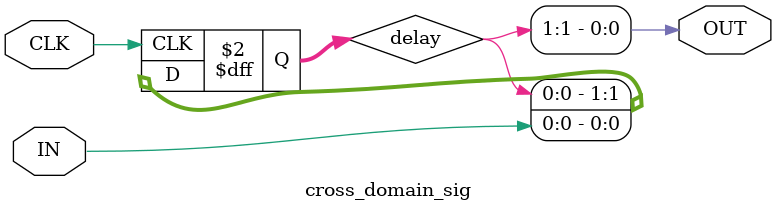
<source format=v>

`timescale 1 ns / 10 ps
// synopsys translate_on

`default_nettype none

// define the propagation delay (for simulation)
`define PD_TRIG 5
`define PD_COMB 5

module cross_domain_sig
(
 input  wire CLK,
 input  wire IN,
 output wire OUT
);

//******************************************************************************
reg [1:0] delay;

assign OUT = delay[1];

//******************************************************************************
// crossing clock-domains:
always @(posedge CLK)
  begin
   delay[1] <= delay[0];  delay[0] <= IN;
  end
  
//******************************************************************************

endmodule



</source>
